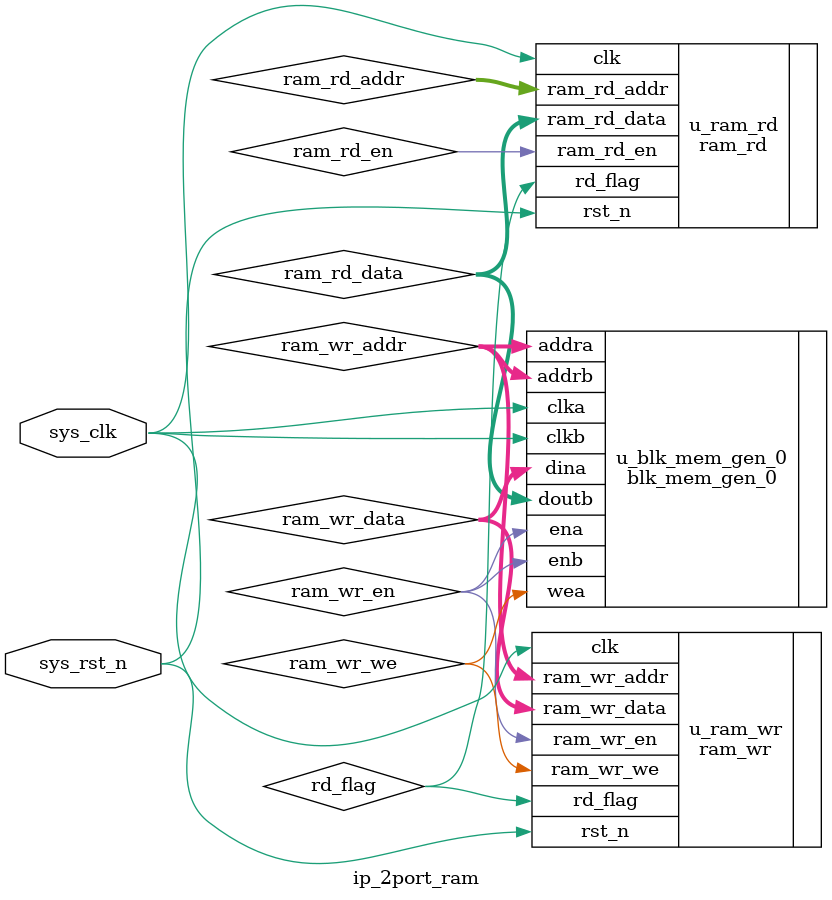
<source format=v>
module ip_2port_ram (
    input sys_clk,
    input sys_rst_n
);
    (* keep = "true" *) wire ram_wr_en;
    (* keep = "true" *) wire ram_wr_we;
    (* keep = "true" *) wire [5:0] ram_wr_addr;
    (* keep = "true" *) wire [7:0] ram_wr_data;
    (* keep = "true" *) wire rd_flag;
    (* keep = "true" *) wire [7:0] ram_rd_data;
    (* keep = "true" *) wire ram_rd_en;
    (* keep = "true" *) wire [5:0] ram_rd_addr;

    ram_wr u_ram_wr (
        .clk (sys_clk),
        .rst_n (sys_rst_n),
        .ram_wr_en (ram_wr_en),
        .ram_wr_we (ram_wr_we),
        .ram_wr_addr (ram_wr_addr),
        .ram_wr_data (ram_wr_data),
        .rd_flag (rd_flag)
    );

    blk_mem_gen_0 u_blk_mem_gen_0 (
        .clka (sys_clk),
        .ena (ram_wr_en),
        .wea (ram_wr_we),
        .addra (ram_wr_addr),
        .dina (ram_wr_data),
        .clkb (sys_clk),
        .enb (ram_wr_en),
        .addrb (ram_wr_addr),
        .doutb (ram_rd_data)
    );

    ram_rd u_ram_rd (
        .clk (sys_clk),
        .rst_n (sys_rst_n),
        .rd_flag (rd_flag),
        .ram_rd_data (ram_rd_data),
        .ram_rd_en (ram_rd_en),
        .ram_rd_addr (ram_rd_addr)
    );
endmodule
</source>
